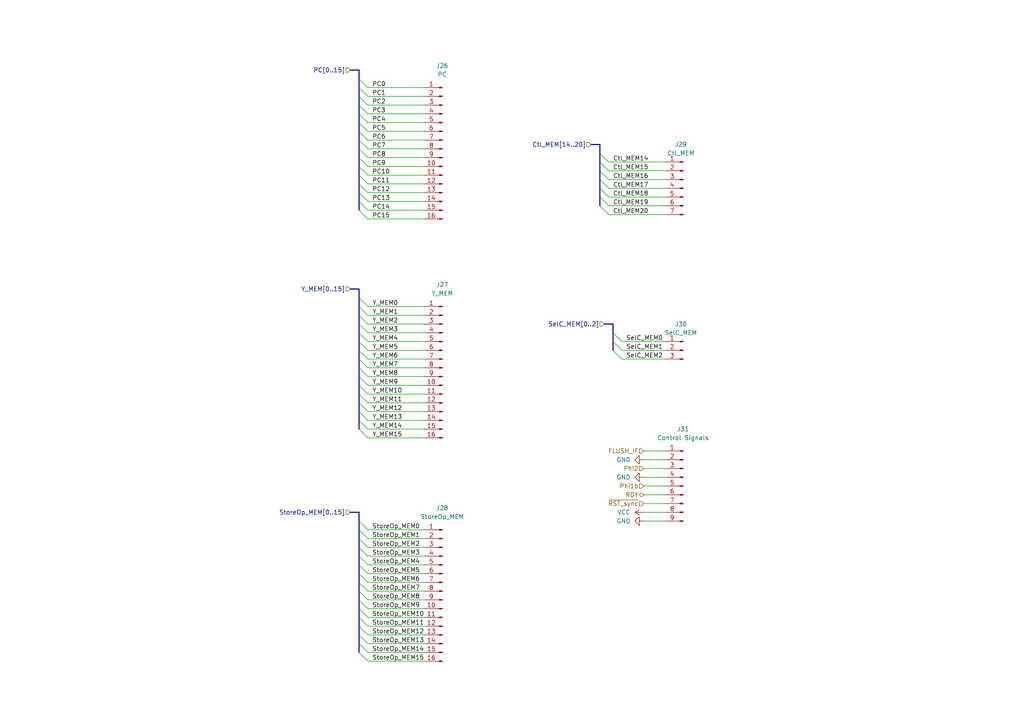
<source format=kicad_sch>
(kicad_sch (version 20250114) (generator "eeschema") (generator_version "9.0")
  (paper "A4")
  (title_block (title "Turtle16: MEM Prototype Inputs") (date "2023-03-24") (rev "B") (comment 4 "Headers for various inputs to the prototype board"))
  (lib_symbols
    (symbol "Connector:Conn_01x03_Pin" (pin_names (offset 1.016) (hide yes))
      (property "Reference" "J" (at 0 5.08 0))
      (property "Value" "Conn_01x03_Pin" (at 0 -5.08 0))
      (symbol "Conn_01x03_Pin_1_1"
        (rectangle (start 0.8636 2.667) (end 0 2.413) (stroke (width 0.1524)) (fill (type outline)))
        (rectangle (start 0.8636 0.127) (end 0 -0.127) (stroke (width 0.1524)) (fill (type outline)))
        (rectangle (start 0.8636 -2.413) (end 0 -2.667) (stroke (width 0.1524)) (fill (type outline)))
        (polyline (pts (xy 1.27 2.54) (xy 0.8636 2.54)) (stroke (width 0.1524)))
        (polyline (pts (xy 1.27 0) (xy 0.8636 0)) (stroke (width 0.1524)))
        (polyline (pts (xy 1.27 -2.54) (xy 0.8636 -2.54)) (stroke (width 0.1524)))
        (pin passive line (at 5.08 2.54 180) (length 3.81) (name "Pin_1") (number "1"))
        (pin passive line (at 5.08 0 180) (length 3.81) (name "Pin_2") (number "2"))
        (pin passive line (at 5.08 -2.54 180) (length 3.81) (name "Pin_3") (number "3"))
      )
    )
    (symbol "Connector:Conn_01x07_Pin" (pin_names (offset 1.016) (hide yes))
      (property "Reference" "J" (at 0 10.16 0))
      (property "Value" "Conn_01x07_Pin" (at 0 -10.16 0))
      (symbol "Conn_01x07_Pin_1_1"
        (rectangle (start 0.8636 7.747) (end 0 7.493) (stroke (width 0.1524)) (fill (type outline)))
        (rectangle (start 0.8636 5.207) (end 0 4.953) (stroke (width 0.1524)) (fill (type outline)))
        (rectangle (start 0.8636 2.667) (end 0 2.413) (stroke (width 0.1524)) (fill (type outline)))
        (rectangle (start 0.8636 0.127) (end 0 -0.127) (stroke (width 0.1524)) (fill (type outline)))
        (rectangle (start 0.8636 -2.413) (end 0 -2.667) (stroke (width 0.1524)) (fill (type outline)))
        (rectangle (start 0.8636 -4.953) (end 0 -5.207) (stroke (width 0.1524)) (fill (type outline)))
        (rectangle (start 0.8636 -7.493) (end 0 -7.747) (stroke (width 0.1524)) (fill (type outline)))
        (polyline (pts (xy 1.27 7.62) (xy 0.8636 7.62)) (stroke (width 0.1524)))
        (polyline (pts (xy 1.27 5.08) (xy 0.8636 5.08)) (stroke (width 0.1524)))
        (polyline (pts (xy 1.27 2.54) (xy 0.8636 2.54)) (stroke (width 0.1524)))
        (polyline (pts (xy 1.27 0) (xy 0.8636 0)) (stroke (width 0.1524)))
        (polyline (pts (xy 1.27 -2.54) (xy 0.8636 -2.54)) (stroke (width 0.1524)))
        (polyline (pts (xy 1.27 -5.08) (xy 0.8636 -5.08)) (stroke (width 0.1524)))
        (polyline (pts (xy 1.27 -7.62) (xy 0.8636 -7.62)) (stroke (width 0.1524)))
        (pin passive line (at 5.08 7.62 180) (length 3.81) (name "Pin_1") (number "1"))
        (pin passive line (at 5.08 5.08 180) (length 3.81) (name "Pin_2") (number "2"))
        (pin passive line (at 5.08 2.54 180) (length 3.81) (name "Pin_3") (number "3"))
        (pin passive line (at 5.08 0 180) (length 3.81) (name "Pin_4") (number "4"))
        (pin passive line (at 5.08 -2.54 180) (length 3.81) (name "Pin_5") (number "5"))
        (pin passive line (at 5.08 -5.08 180) (length 3.81) (name "Pin_6") (number "6"))
        (pin passive line (at 5.08 -7.62 180) (length 3.81) (name "Pin_7") (number "7"))
      )
    )
    (symbol "Connector:Conn_01x09_Pin" (pin_names (offset 1.016) (hide yes))
      (property "Reference" "J" (at 0 12.7 0))
      (property "Value" "Conn_01x09_Pin" (at 0 -12.7 0))
      (symbol "Conn_01x09_Pin_1_1"
        (rectangle (start 0.8636 10.287) (end 0 10.033) (stroke (width 0.1524)) (fill (type outline)))
        (rectangle (start 0.8636 7.747) (end 0 7.493) (stroke (width 0.1524)) (fill (type outline)))
        (rectangle (start 0.8636 5.207) (end 0 4.953) (stroke (width 0.1524)) (fill (type outline)))
        (rectangle (start 0.8636 2.667) (end 0 2.413) (stroke (width 0.1524)) (fill (type outline)))
        (rectangle (start 0.8636 0.127) (end 0 -0.127) (stroke (width 0.1524)) (fill (type outline)))
        (rectangle (start 0.8636 -2.413) (end 0 -2.667) (stroke (width 0.1524)) (fill (type outline)))
        (rectangle (start 0.8636 -4.953) (end 0 -5.207) (stroke (width 0.1524)) (fill (type outline)))
        (rectangle (start 0.8636 -7.493) (end 0 -7.747) (stroke (width 0.1524)) (fill (type outline)))
        (rectangle (start 0.8636 -10.033) (end 0 -10.287) (stroke (width 0.1524)) (fill (type outline)))
        (polyline (pts (xy 1.27 10.16) (xy 0.8636 10.16)) (stroke (width 0.1524)))
        (polyline (pts (xy 1.27 7.62) (xy 0.8636 7.62)) (stroke (width 0.1524)))
        (polyline (pts (xy 1.27 5.08) (xy 0.8636 5.08)) (stroke (width 0.1524)))
        (polyline (pts (xy 1.27 2.54) (xy 0.8636 2.54)) (stroke (width 0.1524)))
        (polyline (pts (xy 1.27 0) (xy 0.8636 0)) (stroke (width 0.1524)))
        (polyline (pts (xy 1.27 -2.54) (xy 0.8636 -2.54)) (stroke (width 0.1524)))
        (polyline (pts (xy 1.27 -5.08) (xy 0.8636 -5.08)) (stroke (width 0.1524)))
        (polyline (pts (xy 1.27 -7.62) (xy 0.8636 -7.62)) (stroke (width 0.1524)))
        (polyline (pts (xy 1.27 -10.16) (xy 0.8636 -10.16)) (stroke (width 0.1524)))
        (pin passive line (at 5.08 10.16 180) (length 3.81) (name "Pin_1") (number "1"))
        (pin passive line (at 5.08 7.62 180) (length 3.81) (name "Pin_2") (number "2"))
        (pin passive line (at 5.08 5.08 180) (length 3.81) (name "Pin_3") (number "3"))
        (pin passive line (at 5.08 2.54 180) (length 3.81) (name "Pin_4") (number "4"))
        (pin passive line (at 5.08 0 180) (length 3.81) (name "Pin_5") (number "5"))
        (pin passive line (at 5.08 -2.54 180) (length 3.81) (name "Pin_6") (number "6"))
        (pin passive line (at 5.08 -5.08 180) (length 3.81) (name "Pin_7") (number "7"))
        (pin passive line (at 5.08 -7.62 180) (length 3.81) (name "Pin_8") (number "8"))
        (pin passive line (at 5.08 -10.16 180) (length 3.81) (name "Pin_9") (number "9"))
      )
    )
    (symbol "Connector:Conn_01x16_Pin" (pin_names (offset 1.016) (hide yes))
      (property "Reference" "J" (at 0 20.32 0))
      (property "Value" "Conn_01x16_Pin" (at 0 -22.86 0))
      (symbol "Conn_01x16_Pin_1_1"
        (rectangle (start 0.8636 17.907) (end 0 17.653) (stroke (width 0.1524)) (fill (type outline)))
        (rectangle (start 0.8636 15.367) (end 0 15.113) (stroke (width 0.1524)) (fill (type outline)))
        (rectangle (start 0.8636 12.827) (end 0 12.573) (stroke (width 0.1524)) (fill (type outline)))
        (rectangle (start 0.8636 10.287) (end 0 10.033) (stroke (width 0.1524)) (fill (type outline)))
        (rectangle (start 0.8636 7.747) (end 0 7.493) (stroke (width 0.1524)) (fill (type outline)))
        (rectangle (start 0.8636 5.207) (end 0 4.953) (stroke (width 0.1524)) (fill (type outline)))
        (rectangle (start 0.8636 2.667) (end 0 2.413) (stroke (width 0.1524)) (fill (type outline)))
        (rectangle (start 0.8636 0.127) (end 0 -0.127) (stroke (width 0.1524)) (fill (type outline)))
        (rectangle (start 0.8636 -2.413) (end 0 -2.667) (stroke (width 0.1524)) (fill (type outline)))
        (rectangle (start 0.8636 -4.953) (end 0 -5.207) (stroke (width 0.1524)) (fill (type outline)))
        (rectangle (start 0.8636 -7.493) (end 0 -7.747) (stroke (width 0.1524)) (fill (type outline)))
        (rectangle (start 0.8636 -10.033) (end 0 -10.287) (stroke (width 0.1524)) (fill (type outline)))
        (rectangle (start 0.8636 -12.573) (end 0 -12.827) (stroke (width 0.1524)) (fill (type outline)))
        (rectangle (start 0.8636 -15.113) (end 0 -15.367) (stroke (width 0.1524)) (fill (type outline)))
        (rectangle (start 0.8636 -17.653) (end 0 -17.907) (stroke (width 0.1524)) (fill (type outline)))
        (rectangle (start 0.8636 -20.193) (end 0 -20.447) (stroke (width 0.1524)) (fill (type outline)))
        (polyline (pts (xy 1.27 17.78) (xy 0.8636 17.78)) (stroke (width 0.1524)))
        (polyline (pts (xy 1.27 15.24) (xy 0.8636 15.24)) (stroke (width 0.1524)))
        (polyline (pts (xy 1.27 12.7) (xy 0.8636 12.7)) (stroke (width 0.1524)))
        (polyline (pts (xy 1.27 10.16) (xy 0.8636 10.16)) (stroke (width 0.1524)))
        (polyline (pts (xy 1.27 7.62) (xy 0.8636 7.62)) (stroke (width 0.1524)))
        (polyline (pts (xy 1.27 5.08) (xy 0.8636 5.08)) (stroke (width 0.1524)))
        (polyline (pts (xy 1.27 2.54) (xy 0.8636 2.54)) (stroke (width 0.1524)))
        (polyline (pts (xy 1.27 0) (xy 0.8636 0)) (stroke (width 0.1524)))
        (polyline (pts (xy 1.27 -2.54) (xy 0.8636 -2.54)) (stroke (width 0.1524)))
        (polyline (pts (xy 1.27 -5.08) (xy 0.8636 -5.08)) (stroke (width 0.1524)))
        (polyline (pts (xy 1.27 -7.62) (xy 0.8636 -7.62)) (stroke (width 0.1524)))
        (polyline (pts (xy 1.27 -10.16) (xy 0.8636 -10.16)) (stroke (width 0.1524)))
        (polyline (pts (xy 1.27 -12.7) (xy 0.8636 -12.7)) (stroke (width 0.1524)))
        (polyline (pts (xy 1.27 -15.24) (xy 0.8636 -15.24)) (stroke (width 0.1524)))
        (polyline (pts (xy 1.27 -17.78) (xy 0.8636 -17.78)) (stroke (width 0.1524)))
        (polyline (pts (xy 1.27 -20.32) (xy 0.8636 -20.32)) (stroke (width 0.1524)))
        (pin passive line (at 5.08 17.78 180) (length 3.81) (name "Pin_1") (number "1"))
        (pin passive line (at 5.08 15.24 180) (length 3.81) (name "Pin_2") (number "2"))
        (pin passive line (at 5.08 12.7 180) (length 3.81) (name "Pin_3") (number "3"))
        (pin passive line (at 5.08 10.16 180) (length 3.81) (name "Pin_4") (number "4"))
        (pin passive line (at 5.08 7.62 180) (length 3.81) (name "Pin_5") (number "5"))
        (pin passive line (at 5.08 5.08 180) (length 3.81) (name "Pin_6") (number "6"))
        (pin passive line (at 5.08 2.54 180) (length 3.81) (name "Pin_7") (number "7"))
        (pin passive line (at 5.08 0 180) (length 3.81) (name "Pin_8") (number "8"))
        (pin passive line (at 5.08 -2.54 180) (length 3.81) (name "Pin_9") (number "9"))
        (pin passive line (at 5.08 -5.08 180) (length 3.81) (name "Pin_10") (number "10"))
        (pin passive line (at 5.08 -7.62 180) (length 3.81) (name "Pin_11") (number "11"))
        (pin passive line (at 5.08 -10.16 180) (length 3.81) (name "Pin_12") (number "12"))
        (pin passive line (at 5.08 -12.7 180) (length 3.81) (name "Pin_13") (number "13"))
        (pin passive line (at 5.08 -15.24 180) (length 3.81) (name "Pin_14") (number "14"))
        (pin passive line (at 5.08 -17.78 180) (length 3.81) (name "Pin_15") (number "15"))
        (pin passive line (at 5.08 -20.32 180) (length 3.81) (name "Pin_16") (number "16"))
      )
    )
    (symbol "power:GND" (power) (pin_names (offset 0))
      (property "Value" "GND" (at 0 -3.81 0))
      (symbol "GND_0_1"
        (polyline (pts (xy 0 0) (xy 0 -1.27) (xy 1.27 -1.27) (xy 0 -2.54) (xy -1.27 -1.27) (xy 0 -1.27)))
      )
      (symbol "GND_1_1"
        (pin power_in line (at 0 0 270) (length 0) (hide yes) (name "GND") (number "1"))
      )
    )
    (symbol "power:VCC" (power) (pin_names (offset 0))
      (property "Value" "VCC" (at 0 3.81 0))
      (symbol "VCC_0_1"
        (polyline (pts (xy -0.762 1.27) (xy 0 2.54)))
        (polyline (pts (xy 0 2.54) (xy 0.762 1.27)))
        (polyline (pts (xy 0 0) (xy 0 2.54)))
      )
      (symbol "VCC_1_1"
        (pin power_in line (at 0 0 90) (length 0) (hide yes) (name "VCC") (number "1"))
      )
    )
  )
  (bus_entry (at 104.14 38.1) (size 2.54 2.54))
  (bus_entry (at 104.14 104.14) (size 2.54 2.54))
  (bus_entry (at 104.14 22.86) (size 2.54 2.54))
  (bus_entry (at 104.14 88.9) (size 2.54 2.54))
  (bus_entry (at 104.14 114.3) (size 2.54 2.54))
  (bus_entry (at 104.14 27.94) (size 2.54 2.54))
  (bus_entry (at 104.14 106.68) (size 2.54 2.54))
  (bus_entry (at 104.14 179.07) (size 2.54 2.54))
  (bus_entry (at 173.99 49.53) (size 2.54 2.54))
  (bus_entry (at 104.14 153.67) (size 2.54 2.54))
  (bus_entry (at 104.14 55.88) (size 2.54 2.54))
  (bus_entry (at 104.14 111.76) (size 2.54 2.54))
  (bus_entry (at 104.14 176.53) (size 2.54 2.54))
  (bus_entry (at 104.14 119.38) (size 2.54 2.54))
  (bus_entry (at 104.14 25.4) (size 2.54 2.54))
  (bus_entry (at 104.14 35.56) (size 2.54 2.54))
  (bus_entry (at 104.14 173.99) (size 2.54 2.54))
  (bus_entry (at 173.99 59.69) (size 2.54 2.54))
  (bus_entry (at 104.14 91.44) (size 2.54 2.54))
  (bus_entry (at 104.14 161.29) (size 2.54 2.54))
  (bus_entry (at 104.14 86.36) (size 2.54 2.54))
  (bus_entry (at 104.14 163.83) (size 2.54 2.54))
  (bus_entry (at 104.14 156.21) (size 2.54 2.54))
  (bus_entry (at 104.14 96.52) (size 2.54 2.54))
  (bus_entry (at 173.99 54.61) (size 2.54 2.54))
  (bus_entry (at 104.14 101.6) (size 2.54 2.54))
  (bus_entry (at 104.14 166.37) (size 2.54 2.54))
  (bus_entry (at 104.14 189.23) (size 2.54 2.54))
  (bus_entry (at 104.14 50.8) (size 2.54 2.54))
  (bus_entry (at 104.14 121.92) (size 2.54 2.54))
  (bus_entry (at 177.8 96.52) (size 2.54 2.54))
  (bus_entry (at 104.14 184.15) (size 2.54 2.54))
  (bus_entry (at 104.14 53.34) (size 2.54 2.54))
  (bus_entry (at 104.14 171.45) (size 2.54 2.54))
  (bus_entry (at 104.14 60.96) (size 2.54 2.54))
  (bus_entry (at 104.14 181.61) (size 2.54 2.54))
  (bus_entry (at 177.8 99.06) (size 2.54 2.54))
  (bus_entry (at 177.8 101.6) (size 2.54 2.54))
  (bus_entry (at 104.14 124.46) (size 2.54 2.54))
  (bus_entry (at 104.14 45.72) (size 2.54 2.54))
  (bus_entry (at 104.14 93.98) (size 2.54 2.54))
  (bus_entry (at 173.99 57.15) (size 2.54 2.54))
  (bus_entry (at 104.14 58.42) (size 2.54 2.54))
  (bus_entry (at 104.14 99.06) (size 2.54 2.54))
  (bus_entry (at 173.99 44.45) (size 2.54 2.54))
  (bus_entry (at 173.99 52.07) (size 2.54 2.54))
  (bus_entry (at 104.14 109.22) (size 2.54 2.54))
  (bus_entry (at 104.14 33.02) (size 2.54 2.54))
  (bus_entry (at 104.14 168.91) (size 2.54 2.54))
  (bus_entry (at 104.14 43.18) (size 2.54 2.54))
  (bus_entry (at 104.14 186.69) (size 2.54 2.54))
  (bus_entry (at 104.14 151.13) (size 2.54 2.54))
  (bus_entry (at 173.99 46.99) (size 2.54 2.54))
  (bus_entry (at 104.14 48.26) (size 2.54 2.54))
  (bus_entry (at 104.14 40.64) (size 2.54 2.54))
  (bus_entry (at 104.14 116.84) (size 2.54 2.54))
  (bus_entry (at 104.14 158.75) (size 2.54 2.54))
  (bus_entry (at 104.14 30.48) (size 2.54 2.54))
  (bus (pts (xy 177.8 99.06) (xy 177.8 101.6)))
  (wire (pts (xy 193.04 140.97) (xy 186.69 140.97)))
  (bus (pts (xy 104.14 119.38) (xy 104.14 121.92)))
  (bus (pts (xy 104.14 88.9) (xy 104.14 91.44)))
  (wire (pts (xy 106.68 58.42) (xy 123.19 58.42)))
  (bus (pts (xy 104.14 156.21) (xy 104.14 158.75)))
  (bus (pts (xy 104.14 30.48) (xy 104.14 33.02)))
  (wire (pts (xy 180.34 104.14) (xy 193.04 104.14)))
  (wire (pts (xy 106.68 40.64) (xy 123.19 40.64)))
  (bus (pts (xy 104.14 186.69) (xy 104.14 189.23)))
  (wire (pts (xy 106.68 121.92) (xy 123.19 121.92)))
  (wire (pts (xy 106.68 116.84) (xy 123.19 116.84)))
  (wire (pts (xy 180.34 99.06) (xy 193.04 99.06)))
  (wire (pts (xy 106.68 163.83) (xy 123.19 163.83)))
  (bus (pts (xy 104.14 158.75) (xy 104.14 161.29)))
  (wire (pts (xy 176.53 52.07) (xy 193.04 52.07)))
  (bus (pts (xy 104.14 176.53) (xy 104.14 179.07)))
  (wire (pts (xy 106.68 111.76) (xy 123.19 111.76)))
  (bus (pts (xy 104.14 166.37) (xy 104.14 168.91)))
  (wire (pts (xy 106.68 189.23) (xy 123.19 189.23)))
  (bus (pts (xy 104.14 86.36) (xy 104.14 88.9)))
  (bus (pts (xy 104.14 184.15) (xy 104.14 186.69)))
  (bus (pts (xy 104.14 106.68) (xy 104.14 109.22)))
  (bus (pts (xy 104.14 25.4) (xy 104.14 27.94)))
  (bus (pts (xy 104.14 121.92) (xy 104.14 124.46)))
  (wire (pts (xy 193.04 130.81) (xy 186.69 130.81)))
  (wire (pts (xy 106.68 171.45) (xy 123.19 171.45)))
  (wire (pts (xy 106.68 91.44) (xy 123.19 91.44)))
  (bus (pts (xy 104.14 181.61) (xy 104.14 184.15)))
  (wire (pts (xy 193.04 148.59) (xy 186.69 148.59)))
  (wire (pts (xy 106.68 181.61) (xy 123.19 181.61)))
  (wire (pts (xy 106.68 53.34) (xy 123.19 53.34)))
  (wire (pts (xy 106.68 186.69) (xy 123.19 186.69)))
  (wire (pts (xy 106.68 88.9) (xy 123.19 88.9)))
  (bus (pts (xy 104.14 22.86) (xy 104.14 25.4)))
  (bus (pts (xy 104.14 179.07) (xy 104.14 181.61)))
  (wire (pts (xy 106.68 38.1) (xy 123.19 38.1)))
  (wire (pts (xy 106.68 45.72) (xy 123.19 45.72)))
  (wire (pts (xy 106.68 48.26) (xy 123.19 48.26)))
  (wire (pts (xy 106.68 101.6) (xy 123.19 101.6)))
  (bus (pts (xy 104.14 104.14) (xy 104.14 106.68)))
  (bus (pts (xy 104.14 40.64) (xy 104.14 43.18)))
  (bus (pts (xy 104.14 27.94) (xy 104.14 30.48)))
  (wire (pts (xy 176.53 46.99) (xy 193.04 46.99)))
  (bus (pts (xy 177.8 93.98) (xy 177.8 96.52)))
  (wire (pts (xy 193.04 143.51) (xy 186.69 143.51)))
  (bus (pts (xy 104.14 93.98) (xy 104.14 96.52)))
  (wire (pts (xy 106.68 153.67) (xy 123.19 153.67)))
  (bus (pts (xy 104.14 53.34) (xy 104.14 55.88)))
  (bus (pts (xy 101.6 148.59) (xy 104.14 148.59)))
  (wire (pts (xy 106.68 25.4) (xy 123.19 25.4)))
  (bus (pts (xy 173.99 49.53) (xy 173.99 52.07)))
  (wire (pts (xy 176.53 54.61) (xy 193.04 54.61)))
  (bus (pts (xy 173.99 54.61) (xy 173.99 57.15)))
  (bus (pts (xy 104.14 91.44) (xy 104.14 93.98)))
  (bus (pts (xy 175.26 93.98) (xy 177.8 93.98)))
  (bus (pts (xy 104.14 43.18) (xy 104.14 45.72)))
  (wire (pts (xy 106.68 99.06) (xy 123.19 99.06)))
  (wire (pts (xy 106.68 127) (xy 123.19 127)))
  (wire (pts (xy 193.04 151.13) (xy 186.69 151.13)))
  (bus (pts (xy 104.14 111.76) (xy 104.14 114.3)))
  (bus (pts (xy 104.14 153.67) (xy 104.14 156.21)))
  (bus (pts (xy 104.14 101.6) (xy 104.14 104.14)))
  (wire (pts (xy 193.04 133.35) (xy 186.69 133.35)))
  (wire (pts (xy 176.53 49.53) (xy 193.04 49.53)))
  (bus (pts (xy 171.45 41.91) (xy 173.99 41.91)))
  (wire (pts (xy 176.53 62.23) (xy 193.04 62.23)))
  (wire (pts (xy 106.68 191.77) (xy 123.19 191.77)))
  (bus (pts (xy 104.14 96.52) (xy 104.14 99.06)))
  (wire (pts (xy 106.68 93.98) (xy 123.19 93.98)))
  (wire (pts (xy 106.68 27.94) (xy 123.19 27.94)))
  (bus (pts (xy 173.99 44.45) (xy 173.99 46.99)))
  (bus (pts (xy 104.14 45.72) (xy 104.14 48.26)))
  (bus (pts (xy 104.14 148.59) (xy 104.14 151.13)))
  (bus (pts (xy 104.14 50.8) (xy 104.14 53.34)))
  (wire (pts (xy 193.04 138.43) (xy 186.69 138.43)))
  (bus (pts (xy 104.14 151.13) (xy 104.14 153.67)))
  (wire (pts (xy 106.68 173.99) (xy 123.19 173.99)))
  (bus (pts (xy 104.14 173.99) (xy 104.14 176.53)))
  (wire (pts (xy 106.68 33.02) (xy 123.19 33.02)))
  (wire (pts (xy 106.68 55.88) (xy 123.19 55.88)))
  (bus (pts (xy 173.99 46.99) (xy 173.99 49.53)))
  (bus (pts (xy 104.14 99.06) (xy 104.14 101.6)))
  (wire (pts (xy 106.68 166.37) (xy 123.19 166.37)))
  (wire (pts (xy 106.68 184.15) (xy 123.19 184.15)))
  (bus (pts (xy 104.14 83.82) (xy 104.14 86.36)))
  (bus (pts (xy 104.14 35.56) (xy 104.14 38.1)))
  (wire (pts (xy 106.68 106.68) (xy 123.19 106.68)))
  (bus (pts (xy 173.99 41.91) (xy 173.99 44.45)))
  (wire (pts (xy 106.68 158.75) (xy 123.19 158.75)))
  (wire (pts (xy 106.68 30.48) (xy 123.19 30.48)))
  (wire (pts (xy 106.68 176.53) (xy 123.19 176.53)))
  (wire (pts (xy 106.68 109.22) (xy 123.19 109.22)))
  (wire (pts (xy 180.34 101.6) (xy 193.04 101.6)))
  (bus (pts (xy 104.14 33.02) (xy 104.14 35.56)))
  (wire (pts (xy 106.68 35.56) (xy 123.19 35.56)))
  (bus (pts (xy 104.14 109.22) (xy 104.14 111.76)))
  (wire (pts (xy 106.68 156.21) (xy 123.19 156.21)))
  (bus (pts (xy 101.6 83.82) (xy 104.14 83.82)))
  (wire (pts (xy 106.68 50.8) (xy 123.19 50.8)))
  (wire (pts (xy 106.68 124.46) (xy 123.19 124.46)))
  (bus (pts (xy 104.14 38.1) (xy 104.14 40.64)))
  (wire (pts (xy 176.53 59.69) (xy 193.04 59.69)))
  (wire (pts (xy 106.68 43.18) (xy 123.19 43.18)))
  (wire (pts (xy 106.68 104.14) (xy 123.19 104.14)))
  (bus (pts (xy 104.14 163.83) (xy 104.14 166.37)))
  (bus (pts (xy 173.99 52.07) (xy 173.99 54.61)))
  (bus (pts (xy 177.8 96.52) (xy 177.8 99.06)))
  (wire (pts (xy 106.68 96.52) (xy 123.19 96.52)))
  (wire (pts (xy 193.04 146.05) (xy 186.69 146.05)))
  (bus (pts (xy 104.14 20.32) (xy 104.14 22.86)))
  (wire (pts (xy 106.68 179.07) (xy 123.19 179.07)))
  (wire (pts (xy 106.68 114.3) (xy 123.19 114.3)))
  (wire (pts (xy 106.68 60.96) (xy 123.19 60.96)))
  (wire (pts (xy 176.53 57.15) (xy 193.04 57.15)))
  (bus (pts (xy 104.14 58.42) (xy 104.14 60.96)))
  (bus (pts (xy 104.14 114.3) (xy 104.14 116.84)))
  (bus (pts (xy 104.14 48.26) (xy 104.14 50.8)))
  (wire (pts (xy 193.04 135.89) (xy 186.69 135.89)))
  (bus (pts (xy 104.14 116.84) (xy 104.14 119.38)))
  (bus (pts (xy 101.6 20.32) (xy 104.14 20.32)))
  (wire (pts (xy 106.68 63.5) (xy 123.19 63.5)))
  (bus (pts (xy 173.99 57.15) (xy 173.99 59.69)))
  (bus (pts (xy 104.14 171.45) (xy 104.14 173.99)))
  (wire (pts (xy 106.68 119.38) (xy 123.19 119.38)))
  (bus (pts (xy 104.14 161.29) (xy 104.14 163.83)))
  (wire (pts (xy 106.68 161.29) (xy 123.19 161.29)))
  (wire (pts (xy 106.68 168.91) (xy 123.19 168.91)))
  (bus (pts (xy 104.14 168.91) (xy 104.14 171.45)))
  (bus (pts (xy 104.14 55.88) (xy 104.14 58.42)))
  (label "Y_MEM10" (at 107.95 114.3 0))
  (label "Ctl_MEM14" (at 177.8 46.99 0))
  (label "SelC_MEM1" (at 181.61 101.6 0))
  (label "PC7" (at 107.95 43.18 0))
  (label "StoreOp_MEM2" (at 107.95 158.75 0))
  (label "StoreOp_MEM1" (at 107.95 156.21 0))
  (label "Y_MEM8" (at 107.95 109.22 0))
  (label "StoreOp_MEM12" (at 107.95 184.15 0))
  (label "StoreOp_MEM8" (at 107.95 173.99 0))
  (label "Y_MEM2" (at 107.95 93.98 0))
  (label "Y_MEM12" (at 107.95 119.38 0))
  (label "Y_MEM5" (at 107.95 101.6 0))
  (label "Ctl_MEM16" (at 177.8 52.07 0))
  (label "PC1" (at 107.95 27.94 0))
  (label "PC4" (at 107.95 35.56 0))
  (label "PC8" (at 107.95 45.72 0))
  (label "StoreOp_MEM15" (at 107.95 191.77 0))
  (label "Ctl_MEM17" (at 177.8 54.61 0))
  (label "Y_MEM3" (at 107.95 96.52 0))
  (label "Y_MEM7" (at 107.95 106.68 0))
  (label "StoreOp_MEM11" (at 107.95 181.61 0))
  (label "Y_MEM9" (at 107.95 111.76 0))
  (label "PC14" (at 107.95 60.96 0))
  (label "SelC_MEM0" (at 181.61 99.06 0))
  (label "Y_MEM13" (at 107.95 121.92 0))
  (label "PC15" (at 107.95 63.5 0))
  (label "StoreOp_MEM9" (at 107.95 176.53 0))
  (label "PC10" (at 107.95 50.8 0))
  (label "StoreOp_MEM4" (at 107.95 163.83 0))
  (label "Ctl_MEM18" (at 177.8 57.15 0))
  (label "Y_MEM4" (at 107.95 99.06 0))
  (label "PC6" (at 107.95 40.64 0))
  (label "SelC_MEM2" (at 181.61 104.14 0))
  (label "PC9" (at 107.95 48.26 0))
  (label "Ctl_MEM19" (at 177.8 59.69 0))
  (label "Y_MEM15" (at 107.95 127 0))
  (label "StoreOp_MEM10" (at 107.95 179.07 0))
  (label "Y_MEM6" (at 107.95 104.14 0))
  (label "Y_MEM14" (at 107.95 124.46 0))
  (label "StoreOp_MEM3" (at 107.95 161.29 0))
  (label "PC3" (at 107.95 33.02 0))
  (label "Y_MEM11" (at 107.95 116.84 0))
  (label "Ctl_MEM15" (at 177.8 49.53 0))
  (label "Ctl_MEM20" (at 177.8 62.23 0))
  (label "StoreOp_MEM6" (at 107.95 168.91 0))
  (label "StoreOp_MEM7" (at 107.95 171.45 0))
  (label "StoreOp_MEM13" (at 107.95 186.69 0))
  (label "PC11" (at 107.95 53.34 0))
  (label "Y_MEM1" (at 107.95 91.44 0))
  (label "PC0" (at 107.95 25.4 0))
  (label "StoreOp_MEM0" (at 107.95 153.67 0))
  (label "PC13" (at 107.95 58.42 0))
  (label "PC5" (at 107.95 38.1 0))
  (label "PC2" (at 107.95 30.48 0))
  (label "StoreOp_MEM5" (at 107.95 166.37 0))
  (label "Y_MEM0" (at 107.95 88.9 0))
  (label "PC12" (at 107.95 55.88 0))
  (label "StoreOp_MEM14" (at 107.95 189.23 0))
  (hierarchical_label "RDY" (shape tri_state) (at 186.69 143.51 180))
  (hierarchical_label "StoreOp_MEM[0..15]" (shape input) (at 101.6 148.59 180))
  (hierarchical_label "Y_MEM[0..15]" (shape input) (at 101.6 83.82 180))
  (hierarchical_label "Phi2" (shape input) (at 186.69 135.89 180))
  (hierarchical_label "FLUSH_IF" (shape input) (at 186.69 130.81 180))
  (hierarchical_label "Phi1b" (shape input) (at 186.69 140.97 180))
  (hierarchical_label "PC[0..15]" (shape input) (at 101.6 20.32 180))
  (hierarchical_label "~{RST_sync}" (shape input) (at 186.69 146.05 180))
  (hierarchical_label "SelC_MEM[0..2]" (shape input) (at 175.26 93.98 180))
  (hierarchical_label "Ctl_MEM[14..20]" (shape input) (at 171.45 41.91 180))
  (symbol (lib_id "Connector:Conn_01x03_Pin") (at 198.12 101.6 0) (mirror y) (unit 1)
    (property "Reference" "J30" (at 197.485 93.98 0))
    (property "Value" "SelC_MEM" (at 197.485 96.52 0))
    (property "Footprint" "Connector_PinHeader_2.54mm:PinHeader_1x03_P2.54mm_Vertical" (effects (hide yes)))
  )
  (symbol (lib_id "power:GND") (at 186.69 138.43 270) (mirror x) (unit 1)
    (property "Reference" "#PWR019" (effects (hide yes)))
    (property "Value" "GND" (at 182.88 138.4299 90) (effects (justify right)))
  )
  (symbol (lib_id "power:GND") (at 186.69 151.13 270) (mirror x) (unit 1)
    (property "Reference" "#PWR021" (effects (hide yes)))
    (property "Value" "GND" (at 182.88 151.1299 90) (effects (justify right)))
  )
  (symbol (lib_id "Connector:Conn_01x16_Pin") (at 128.27 106.68 0) (mirror y) (unit 1)
    (property "Reference" "J27" (at 128.27 82.55 0))
    (property "Value" "Y_MEM" (at 128.27 85.09 0))
    (property "Footprint" "Connector_PinHeader_2.54mm:PinHeader_1x16_P2.54mm_Vertical" (effects (hide yes)))
  )
  (symbol (lib_id "power:VCC") (at 186.69 148.59 90) (mirror x) (unit 1)
    (property "Reference" "#PWR020" (effects (hide yes)))
    (property "Value" "VCC" (at 182.88 148.5901 90) (effects (justify left)))
  )
  (symbol (lib_id "power:GND") (at 186.69 133.35 270) (mirror x) (unit 1)
    (property "Reference" "#PWR018" (effects (hide yes)))
    (property "Value" "GND" (at 182.88 133.3499 90) (effects (justify right)))
  )
  (symbol (lib_id "Connector:Conn_01x09_Pin") (at 198.12 140.97 0) (mirror y) (unit 1)
    (property "Reference" "J31" (at 198.12 124.46 0))
    (property "Value" "Control Signals" (at 198.12 127 0))
    (property "Footprint" "Connector_PinHeader_2.54mm:PinHeader_1x09_P2.54mm_Vertical" (effects (hide yes)))
  )
  (symbol (lib_id "Connector:Conn_01x16_Pin") (at 128.27 171.45 0) (mirror y) (unit 1)
    (property "Reference" "J28" (at 128.27 147.32 0))
    (property "Value" "StoreOp_MEM" (at 128.27 149.86 0))
    (property "Footprint" "Connector_PinHeader_2.54mm:PinHeader_1x16_P2.54mm_Vertical" (effects (hide yes)))
  )
  (symbol (lib_id "Connector:Conn_01x16_Pin") (at 128.27 43.18 0) (mirror y) (unit 1)
    (property "Reference" "J26" (at 128.27 19.05 0))
    (property "Value" "PC" (at 128.27 21.59 0))
    (property "Footprint" "Connector_PinHeader_2.54mm:PinHeader_1x16_P2.54mm_Vertical" (effects (hide yes)))
  )
  (symbol (lib_id "Connector:Conn_01x07_Pin") (at 198.12 54.61 0) (mirror y) (unit 1)
    (property "Reference" "J29" (at 197.485 41.91 0))
    (property "Value" "Ctl_MEM" (at 197.485 44.45 0))
    (property "Footprint" "Connector_PinHeader_2.54mm:PinHeader_1x07_P2.54mm_Vertical" (effects (hide yes)))
  )
)
</source>
